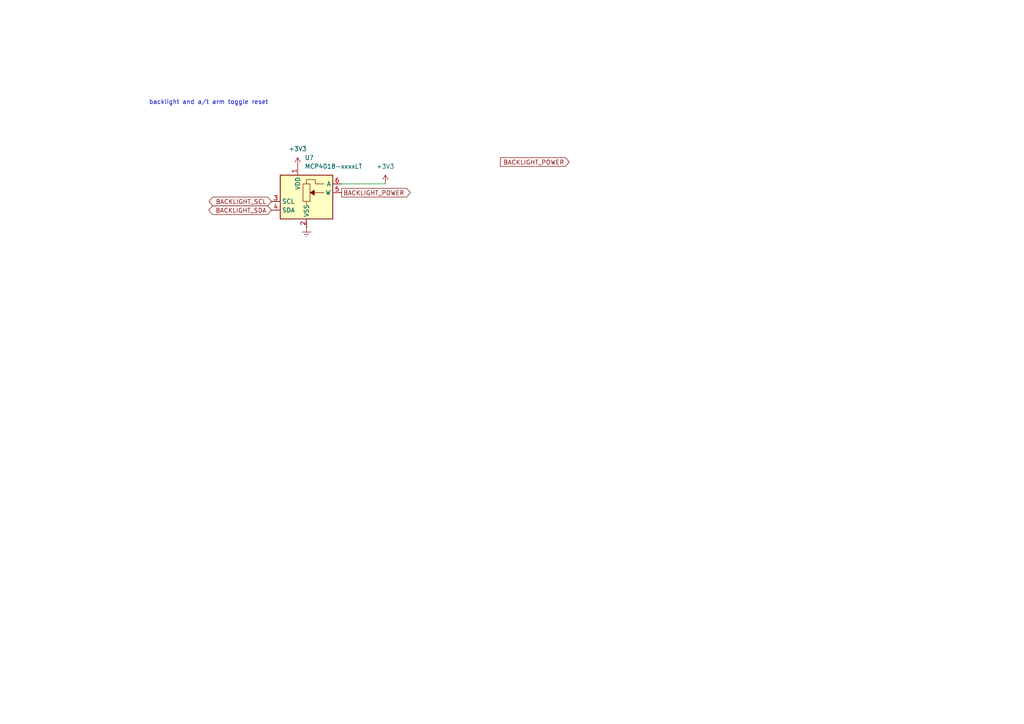
<source format=kicad_sch>
(kicad_sch (version 20211123) (generator eeschema)
  (paper "A4")
  (lib_symbols
    (symbol "Potentiometer_Digital:MCP4018-xxxxLT"
      (property "Reference" "U" (at -7.62 8.89 0))
      (property "Value" "MCP4018-xxxxLT" (at 1.27 8.89 0))
      (symbol "MCP4018-xxxxLT_0_1"
        (polyline (pts (xy 0 0) (xy 0 -1.016)))
        (polyline (pts (xy 5.08 5.08) (xy 2.54 5.08) (xy 2.54 6.35) (xy 0 6.35) (xy 0 5.08)))
      )
      (symbol "MCP4018-xxxxLT_1_1"
        (rectangle (start -7.62 7.62) (end 7.62 -5.08) (stroke (width 0.254)) (fill (type background)))
        (polyline (pts (xy 5.08 2.54) (xy 2.286 2.54)))
        (polyline (pts (xy 2.286 1.778) (xy 2.286 3.302) (xy 1.016 2.54) (xy 2.286 1.778)) (fill (type outline)))
        (rectangle (start 1.016 0) (end -1.016 5.08))
        (pin power_in line (at -2.54 10.16 270) (length 2.54) (name "VDD") (number "1"))
        (pin power_in line (at 0 -7.62 90) (length 2.54) (name "VSS") (number "2"))
        (pin input line (at -10.16 0 0) (length 2.54) (name "SCL") (number "3"))
        (pin bidirectional line (at -10.16 -2.54 0) (length 2.54) (name "SDA") (number "4"))
        (pin passive line (at 10.16 2.54 180) (length 2.54) (name "W") (number "5"))
        (pin passive line (at 10.16 5.08 180) (length 2.54) (name "A") (number "6"))
      )
    )
    (symbol "power:+3V3" (power) (pin_names (offset 0))
      (property "Value" "+3V3" (at 0 3.556 0))
      (symbol "+3V3_0_1"
        (polyline (pts (xy -0.762 1.27) (xy 0 2.54)))
        (polyline (pts (xy 0 0) (xy 0 2.54)))
        (polyline (pts (xy 0 2.54) (xy 0.762 1.27)))
      )
      (symbol "+3V3_1_1"
        (pin power_in line (at 0 0 90) (length 0) hide (name "+3V3") (number "1"))
      )
    )
    (symbol "power:Earth" (power) (pin_names (offset 0))
      (symbol "Earth_0_1"
        (polyline (pts (xy -0.635 -1.905) (xy 0.635 -1.905)))
        (polyline (pts (xy -0.127 -2.54) (xy 0.127 -2.54)))
        (polyline (pts (xy 0 -1.27) (xy 0 0)))
        (polyline (pts (xy 1.27 -1.27) (xy -1.27 -1.27)))
      )
      (symbol "Earth_1_1"
        (pin power_in line (at 0 0 270) (length 0) hide (name "Earth") (number "1"))
      )
    )
  )
  (wire (pts (xy 99.06 53.34) (xy 111.76 53.34)))
  (text "backlight and a/t arm toggle reset" (at 43.18 30.48 0) (effects (font (size 1.27 1.27)) (justify left bottom)))
  (global_label "BACKLIGHT_POWER" (shape input) (at 165.1 46.99 180) (property "Intersheet References" "${INTERSHEET_REFS}" (effects hide)))
  (global_label "BACKLIGHT_SDA" (shape bidirectional) (at 78.74 60.96 180) (property "Intersheet References" "${INTERSHEET_REFS}" (effects hide)))
  (global_label "BACKLIGHT_POWER" (shape output) (at 99.06 55.88 0) (property "Intersheet References" "${INTERSHEET_REFS}" (effects hide)))
  (global_label "BACKLIGHT_SCL" (shape bidirectional) (at 78.74 58.42 180) (property "Intersheet References" "${INTERSHEET_REFS}" (effects hide)))
  (symbol (lib_id "power:Earth") (at 88.9 66.04 0) (unit 1)
    (property "Reference" "#PWR?" (effects hide))
    (property "Value" "Earth" (effects hide))
  )
  (symbol (lib_id "Potentiometer_Digital:MCP4018-xxxxLT") (at 88.9 58.42 0) (unit 1)
    (property "Reference" "U?" (at 88.3794 45.72 0) (effects (justify left)))
    (property "Value" "MCP4018-xxxxLT" (at 88.3794 48.26 0) (effects (justify left)))
    (property "Footprint" "Package_TO_SOT_SMD:SOT-363_SC-70-6" (effects hide))
    (property "Datasheet" "http://ww1.microchip.com/downloads/en/DeviceDoc/22147a.pdf" (effects hide))
  )
  (symbol (lib_id "power:+3V3") (at 86.36 48.26 0) (unit 1)
    (property "Reference" "#PWR?" (effects hide))
    (property "Value" "+3V3" (at 86.36 43.18 0))
  )
  (symbol (lib_id "power:+3V3") (at 111.76 53.34 0) (unit 1)
    (property "Reference" "#PWR?" (effects hide))
    (property "Value" "+3V3" (at 111.76 48.26 0))
  )
)
</source>
